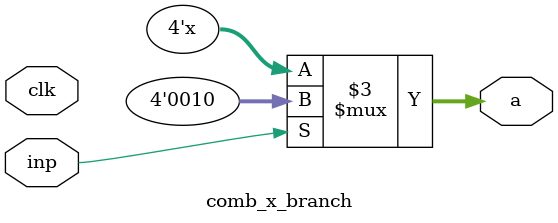
<source format=sv>
module comb_x_branch(input logic clk,
                     input logic inp,
                     output logic[3:0] a);

always_comb
  if (inp)
    a = 4'd2;
  else
    a = 'x;

endmodule

</source>
